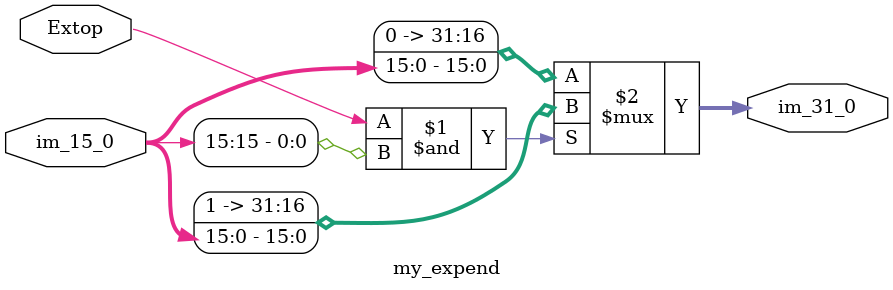
<source format=v>
`timescale 1ns / 1ps
/*
 *=============================================================================
 *    Filename:my_expend.v
 *
 *     Version: 1.0
 *  Created on: July 10, 2016
 *    
 *      Author: corvo
 *=============================================================================
 */
 
// Extop = 1: 符号扩展
// Extop = 0: 0扩展
module my_expend(
    im_31_0,
    im_15_0,
    Extop
    );
    output[31:0] im_31_0;
    input[15:0] im_15_0;
    input Extop;

    assign im_31_0 = (Extop & im_15_0[15])? {16'hffff, im_15_0}: {16'h0000, im_15_0};

endmodule

</source>
